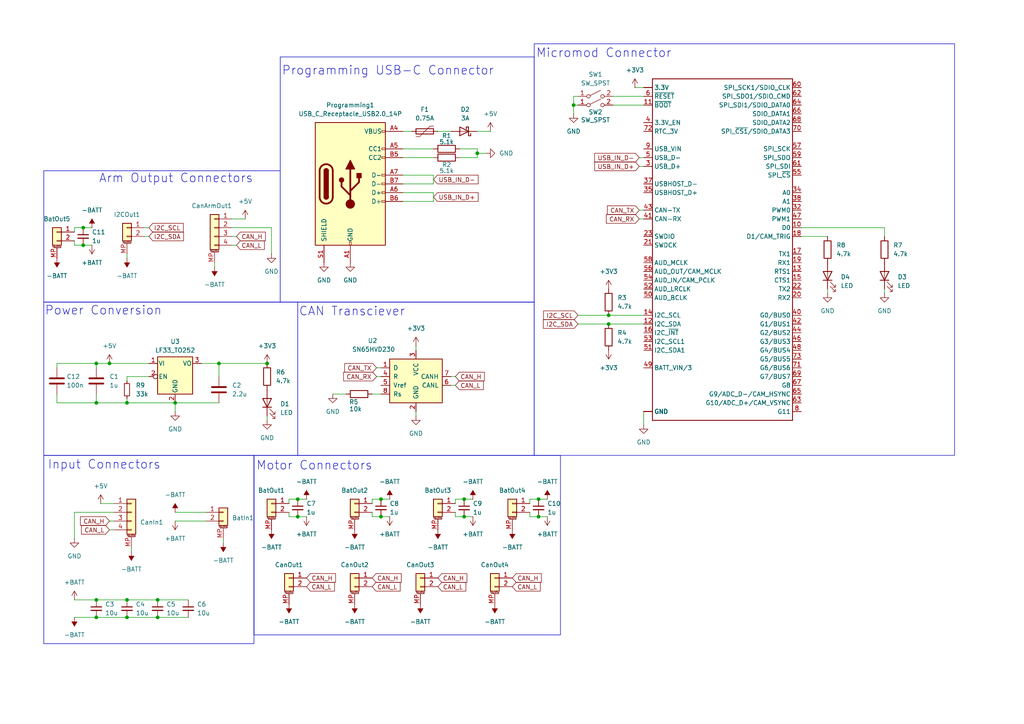
<source format=kicad_sch>
(kicad_sch (version 20231120) (generator "eeschema") (generator_version "8.0")
  (paper "A4")
  (lib_symbols
    (symbol "Connector:USB_C_Receptacle_USB2.0_14P" (pin_names (offset 1.016))
      (property "Reference" "J" (at 0 22.225 0))
      (property "Value" "USB_C_Receptacle_USB2.0_14P" (at 0 19.685 0))
      (symbol "USB_C_Receptacle_USB2.0_14P_1_1"
        (pin passive line (at 0 -22.86 90) (length 5.08) (name "GND") (number "A1"))
        (pin passive line (at 0 -22.86 90) (length 5.08) hide (name "GND") (number "A12"))
        (pin passive line (at 15.24 15.24 180) (length 5.08) (name "VBUS") (number "A4"))
        (pin bidirectional line (at 15.24 10.16 180) (length 5.08) (name "CC1") (number "A5"))
        (pin bidirectional line (at 15.24 -2.54 180) (length 5.08) (name "D+") (number "A6"))
        (pin bidirectional line (at 15.24 2.54 180) (length 5.08) (name "D-") (number "A7"))
        (pin passive line (at 15.24 15.24 180) (length 5.08) hide (name "VBUS") (number "A9"))
        (pin passive line (at 0 -22.86 90) (length 5.08) hide (name "GND") (number "B1"))
        (pin passive line (at 0 -22.86 90) (length 5.08) hide (name "GND") (number "B12"))
        (pin passive line (at 15.24 15.24 180) (length 5.08) hide (name "VBUS") (number "B4"))
        (pin bidirectional line (at 15.24 7.62 180) (length 5.08) (name "CC2") (number "B5"))
        (pin bidirectional line (at 15.24 -5.08 180) (length 5.08) (name "D+") (number "B6"))
        (pin bidirectional line (at 15.24 0 180) (length 5.08) (name "D-") (number "B7"))
        (pin passive line (at 15.24 15.24 180) (length 5.08) hide (name "VBUS") (number "B9"))
        (pin passive line (at -7.62 -22.86 90) (length 5.08) (name "SHIELD") (number "S1"))
      )
    )
    (symbol "Connector_Generic_MountingPin:Conn_01x02_MountingPin" (pin_names (offset 1.016) hide)
      (property "Reference" "J" (at 0 2.54 0))
      (property "Value" "Conn_01x02_MountingPin" (at 1.27 -5.08 0))
      (symbol "Conn_01x02_MountingPin_1_1"
        (text "Mounting" (at 0 -4.191 0) (effects (font (size 0.381 0.381))))
        (pin passive line (at -5.08 0 0) (length 3.81) (name "Pin_1") (number "1"))
        (pin passive line (at -5.08 -2.54 0) (length 3.81) (name "Pin_2") (number "2"))
        (pin passive line (at 0 -7.62 90) (length 3.048) (name "MountPin") (number "MP"))
      )
    )
    (symbol "Connector_Generic_MountingPin:Conn_01x04_MountingPin" (pin_names (offset 1.016) hide)
      (property "Reference" "J" (at 0 5.08 0))
      (property "Value" "Conn_01x04_MountingPin" (at 1.27 -7.62 0))
      (symbol "Conn_01x04_MountingPin_1_1"
        (text "Mounting" (at 0 -6.731 0) (effects (font (size 0.381 0.381))))
        (pin passive line (at -5.08 2.54 0) (length 3.81) (name "Pin_1") (number "1"))
        (pin passive line (at -5.08 0 0) (length 3.81) (name "Pin_2") (number "2"))
        (pin passive line (at -5.08 -2.54 0) (length 3.81) (name "Pin_3") (number "3"))
        (pin passive line (at -5.08 -5.08 0) (length 3.81) (name "Pin_4") (number "4"))
        (pin passive line (at 0 -10.16 90) (length 3.048) (name "MountPin") (number "MP"))
      )
    )
    (symbol "Device:C" (pin_numbers hide) (pin_names (offset 0.254))
      (property "Reference" "C" (at 0.635 2.54 0))
      (property "Value" "C" (at 0.635 -2.54 0))
      (symbol "C_1_1"
        (pin passive line (at 0 3.81 270) (length 2.794) (name "~") (number "1"))
        (pin passive line (at 0 -3.81 90) (length 2.794) (name "~") (number "2"))
      )
    )
    (symbol "Device:C_Small" (pin_numbers hide) (pin_names (offset 0.254) hide)
      (property "Reference" "C" (at 0.254 1.778 0))
      (property "Value" "C_Small" (at 0.254 -2.032 0))
      (symbol "C_Small_1_1"
        (pin passive line (at 0 2.54 270) (length 2.032) (name "~") (number "1"))
        (pin passive line (at 0 -2.54 90) (length 2.032) (name "~") (number "2"))
      )
    )
    (symbol "Device:D_Schottky" (pin_numbers hide) (pin_names (offset 1.016) hide)
      (property "Reference" "D" (at 0 2.54 0))
      (property "Value" "D_Schottky" (at 0 -2.54 0))
      (symbol "D_Schottky_1_1"
        (pin passive line (at -3.81 0 0) (length 2.54) (name "K") (number "1"))
        (pin passive line (at 3.81 0 180) (length 2.54) (name "A") (number "2"))
      )
    )
    (symbol "Device:LED" (pin_numbers hide) (pin_names (offset 1.016) hide)
      (property "Reference" "D" (at 0 2.54 0))
      (property "Value" "LED" (at 0 -2.54 0))
      (symbol "LED_1_1"
        (pin passive line (at -3.81 0 0) (length 2.54) (name "K") (number "1"))
        (pin passive line (at 3.81 0 180) (length 2.54) (name "A") (number "2"))
      )
    )
    (symbol "Device:Polyfuse" (pin_numbers hide) (pin_names (offset 0))
      (property "Reference" "F" (at -2.54 0 90))
      (property "Value" "Polyfuse" (at 2.54 0 90))
      (symbol "Polyfuse_1_1"
        (pin passive line (at 0 3.81 270) (length 1.27) (name "~") (number "1"))
        (pin passive line (at 0 -3.81 90) (length 1.27) (name "~") (number "2"))
      )
    )
    (symbol "Device:R" (pin_numbers hide) (pin_names (offset 0))
      (property "Reference" "R" (at 2.032 0 90))
      (property "Value" "R" (at 0 0 90))
      (symbol "R_1_1"
        (pin passive line (at 0 3.81 270) (length 1.27) (name "~") (number "1"))
        (pin passive line (at 0 -3.81 90) (length 1.27) (name "~") (number "2"))
      )
    )
    (symbol "Device:R_Small" (pin_numbers hide) (pin_names (offset 0.254) hide)
      (property "Reference" "R" (at 0.762 0.508 0))
      (property "Value" "R_Small" (at 0.762 -1.016 0))
      (symbol "R_Small_1_1"
        (pin passive line (at 0 2.54 270) (length 0.762) (name "~") (number "1"))
        (pin passive line (at 0 -2.54 90) (length 0.762) (name "~") (number "2"))
      )
    )
    (symbol "Interface_CAN_LIN:SN65HVD230" (pin_names (offset 1.016))
      (property "Reference" "U" (at -2.54 10.16 0))
      (property "Value" "SN65HVD230" (at -2.54 7.62 0))
      (symbol "SN65HVD230_1_1"
        (pin input line (at -10.16 2.54 0) (length 2.54) (name "D") (number "1"))
        (pin power_in line (at 0 -10.16 90) (length 2.54) (name "GND") (number "2"))
        (pin power_in line (at 0 7.62 270) (length 2.54) (name "VCC") (number "3"))
        (pin output line (at -10.16 0 0) (length 2.54) (name "R") (number "4"))
        (pin output line (at -10.16 -2.54 0) (length 2.54) (name "Vref") (number "5"))
        (pin bidirectional line (at 10.16 -2.54 180) (length 2.54) (name "CANL") (number "6"))
        (pin bidirectional line (at 10.16 0 180) (length 2.54) (name "CANH") (number "7"))
        (pin input line (at -10.16 -5.08 0) (length 2.54) (name "Rs") (number "8"))
      )
    )
    (symbol "Regulator_Linear:LF33_TO252" (pin_names (offset 0.254))
      (property "Reference" "U3" (at 0 6.35 0))
      (property "Value" "LF33_TO252" (at 0 3.81 0))
      (symbol "LF33_TO252_1_1"
        (pin power_in line (at -7.62 0 0) (length 2.54) (name "VI") (number "1"))
        (pin input inverted (at -7.62 -3.81 0) (length 2.54) (name "EN") (number "2"))
        (pin power_in line (at 0 -11.43 90) (length 2.54) (name "GND") (number "2"))
        (pin power_out line (at 7.62 0 180) (length 2.54) (name "VO") (number "3"))
      )
    )
    (symbol "SparkFun-MicroMod:MICROMOD-2222"
      (symbol "MICROMOD-2222_1_0"
        (pin bidirectional line (at -22.86 -43.18 0) (length 2.54) (name "GND") (number "1"))
        (pin bidirectional line (at 22.86 10.16 180) (length 2.54) (name "D0") (number "10"))
        (pin bidirectional line (at -22.86 45.72 0) (length 2.54) (name "~{BOOT}") (number "11"))
        (pin bidirectional line (at -22.86 -17.78 0) (length 2.54) (name "I2C_SDA") (number "12"))
        (pin bidirectional line (at 22.86 -2.54 180) (length 2.54) (name "RTS1") (number "13"))
        (pin bidirectional line (at -22.86 -15.24 0) (length 2.54) (name "I2C_SCL") (number "14"))
        (pin bidirectional line (at 22.86 -5.08 180) (length 2.54) (name "CTS1") (number "15"))
        (pin bidirectional line (at -22.86 -20.32 0) (length 2.54) (name "I2C_~{INT}") (number "16"))
        (pin bidirectional line (at 22.86 2.54 180) (length 2.54) (name "TX1") (number "17"))
        (pin bidirectional line (at 22.86 7.62 180) (length 2.54) (name "D1/CAM_TRIG") (number "18"))
        (pin bidirectional line (at 22.86 0 180) (length 2.54) (name "RX1") (number "19"))
        (pin bidirectional line (at -22.86 50.8 0) (length 2.54) (name "3.3V") (number "2"))
        (pin bidirectional line (at 22.86 -10.16 180) (length 2.54) (name "RX2") (number "20"))
        (pin bidirectional line (at -22.86 5.08 0) (length 2.54) (name "SWDCK") (number "21"))
        (pin bidirectional line (at 22.86 -7.62 180) (length 2.54) (name "TX2") (number "22"))
        (pin bidirectional line (at -22.86 7.62 0) (length 2.54) (name "SWDIO") (number "23"))
        (pin bidirectional line (at -22.86 27.94 0) (length 2.54) (name "USB_D+") (number "3"))
        (pin bidirectional line (at 22.86 15.24 180) (length 2.54) (name "PWM0") (number "32"))
        (pin bidirectional line (at -22.86 -43.18 0) (length 2.54) (name "GND") (number "33"))
        (pin bidirectional line (at 22.86 20.32 180) (length 2.54) (name "A0") (number "34"))
        (pin bidirectional line (at -22.86 20.32 0) (length 2.54) (name "USBHOST_D+") (number "35"))
        (pin bidirectional line (at -22.86 -43.18 0) (length 2.54) (name "GND") (number "36"))
        (pin bidirectional line (at -22.86 22.86 0) (length 2.54) (name "USBHOST_D-") (number "37"))
        (pin bidirectional line (at 22.86 17.78 180) (length 2.54) (name "A1") (number "38"))
        (pin bidirectional line (at -22.86 -43.18 0) (length 2.54) (name "GND") (number "39"))
        (pin bidirectional line (at -22.86 40.64 0) (length 2.54) (name "3.3V_EN") (number "4"))
        (pin bidirectional line (at 22.86 -15.24 180) (length 2.54) (name "G0/BUS0") (number "40"))
        (pin bidirectional line (at -22.86 12.7 0) (length 2.54) (name "CAN-RX") (number "41"))
        (pin bidirectional line (at 22.86 -17.78 180) (length 2.54) (name "G1/BUS1") (number "42"))
        (pin bidirectional line (at -22.86 15.24 0) (length 2.54) (name "CAN-TX") (number "43"))
        (pin bidirectional line (at 22.86 -20.32 180) (length 2.54) (name "G2/BUS2") (number "44"))
        (pin bidirectional line (at -22.86 -43.18 0) (length 2.54) (name "GND") (number "45"))
        (pin bidirectional line (at 22.86 -22.86 180) (length 2.54) (name "G3/BUS3") (number "46"))
        (pin bidirectional line (at 22.86 12.7 180) (length 2.54) (name "PWM1") (number "47"))
        (pin bidirectional line (at 22.86 -25.4 180) (length 2.54) (name "G4/BUS4") (number "48"))
        (pin bidirectional line (at -22.86 -30.48 0) (length 2.54) (name "BATT_VIN/3") (number "49"))
        (pin bidirectional line (at -22.86 30.48 0) (length 2.54) (name "USB_D-") (number "5"))
        (pin bidirectional line (at -22.86 -10.16 0) (length 2.54) (name "AUD_BCLK") (number "50"))
        (pin bidirectional line (at -22.86 -25.4 0) (length 2.54) (name "I2C_SDA1") (number "51"))
        (pin bidirectional line (at -22.86 -7.62 0) (length 2.54) (name "AUD_LRCLK") (number "52"))
        (pin bidirectional line (at -22.86 -22.86 0) (length 2.54) (name "I2C_SCL1") (number "53"))
        (pin bidirectional line (at -22.86 -5.08 0) (length 2.54) (name "AUD_IN/CAM_PCLK") (number "54"))
        (pin bidirectional line (at 22.86 25.4 180) (length 2.54) (name "SPI_~{CS}") (number "55"))
        (pin bidirectional line (at -22.86 -2.54 0) (length 2.54) (name "AUD_OUT/CAM_MCLK") (number "56"))
        (pin bidirectional line (at 22.86 33.02 180) (length 2.54) (name "SPI_SCK") (number "57"))
        (pin bidirectional line (at -22.86 0 0) (length 2.54) (name "AUD_MCLK") (number "58"))
        (pin bidirectional line (at 22.86 30.48 180) (length 2.54) (name "SPI_SDO") (number "59"))
        (pin bidirectional line (at -22.86 48.26 0) (length 2.54) (name "~{RESET}") (number "6"))
        (pin bidirectional line (at 22.86 50.8 180) (length 2.54) (name "SPI_SCK1/SDIO_CLK") (number "60"))
        (pin bidirectional line (at 22.86 27.94 180) (length 2.54) (name "SPI_SDI") (number "61"))
        (pin bidirectional line (at 22.86 48.26 180) (length 2.54) (name "SPI_SDO1/SDIO_CMD") (number "62"))
        (pin bidirectional line (at 22.86 -40.64 180) (length 2.54) (name "G10/ADC_D+/CAM_VSYNC") (number "63"))
        (pin bidirectional line (at 22.86 45.72 180) (length 2.54) (name "SPI_SDI1/SDIO_DATA0") (number "64"))
        (pin bidirectional line (at 22.86 -38.1 180) (length 2.54) (name "G9/ADC_D-/CAM_HSYNC") (number "65"))
        (pin bidirectional line (at 22.86 43.18 180) (length 2.54) (name "SDIO_DATA1") (number "66"))
        (pin bidirectional line (at 22.86 -35.56 180) (length 2.54) (name "G8") (number "67"))
        (pin bidirectional line (at 22.86 40.64 180) (length 2.54) (name "SDIO_DATA2") (number "68"))
        (pin bidirectional line (at 22.86 -33.02 180) (length 2.54) (name "G7/BUS7") (number "69"))
        (pin bidirectional line (at -22.86 -43.18 0) (length 2.54) (name "GND") (number "7"))
        (pin bidirectional line (at 22.86 38.1 180) (length 2.54) (name "SPI_~{CS1}/SDIO_DATA3") (number "70"))
        (pin bidirectional line (at 22.86 -30.48 180) (length 2.54) (name "G6/BUS6") (number "71"))
        (pin bidirectional line (at -22.86 38.1 0) (length 2.54) (name "RTC_3V") (number "72"))
        (pin bidirectional line (at 22.86 -27.94 180) (length 2.54) (name "G5/BUS5") (number "73"))
        (pin bidirectional line (at -22.86 50.8 0) (length 2.54) (name "3.3V") (number "74"))
        (pin bidirectional line (at -22.86 -43.18 0) (length 2.54) (name "GND") (number "75"))
        (pin bidirectional line (at 22.86 -43.18 180) (length 2.54) (name "G11") (number "8"))
        (pin bidirectional line (at -22.86 33.02 0) (length 2.54) (name "USB_VIN") (number "9"))
        (pin bidirectional line (at -22.86 -43.18 0) (length 2.54) (name "GND") (number "GND1"))
        (pin bidirectional line (at -22.86 -43.18 0) (length 2.54) (name "GND") (number "GND2"))
        (pin bidirectional line (at -22.86 -43.18 0) (length 2.54) (name "GND") (number "GND3"))
      )
    )
    (symbol "Switch:SW_SPST" (pin_names (offset 0) hide)
      (property "Reference" "SW" (at 0 3.175 0))
      (property "Value" "SW_SPST" (at 0 -2.54 0))
      (symbol "SW_SPST_1_1"
        (pin passive line (at -5.08 0 0) (length 2.54) (name "A") (number "1"))
        (pin passive line (at 5.08 0 180) (length 2.54) (name "B") (number "2"))
      )
    )
    (symbol "power:+3V3" (power) (pin_numbers hide) (pin_names (offset 0) hide)
      (property "Value" "+3V3" (at 0 3.556 0))
      (symbol "+3V3_1_1"
        (pin power_in line (at 0 0 90) (length 0) (name "~") (number "1"))
      )
    )
    (symbol "power:+5V" (power) (pin_numbers hide) (pin_names (offset 0) hide)
      (property "Value" "+5V" (at 0 3.556 0))
      (symbol "+5V_1_1"
        (pin power_in line (at 0 0 90) (length 0) (name "~") (number "1"))
      )
    )
    (symbol "power:+BATT" (power) (pin_numbers hide) (pin_names (offset 0) hide)
      (property "Value" "+BATT" (at 0 3.556 0))
      (symbol "+BATT_1_1"
        (pin power_in line (at 0 0 90) (length 0) (name "~") (number "1"))
      )
    )
    (symbol "power:-BATT" (power) (pin_numbers hide) (pin_names (offset 0) hide)
      (property "Value" "-BATT" (at 0 3.556 0))
      (symbol "-BATT_1_1"
        (pin power_in line (at 0 0 90) (length 0) (name "~") (number "1"))
      )
    )
    (symbol "power:GND" (power) (pin_numbers hide) (pin_names (offset 0) hide)
      (property "Value" "GND" (at 0 -3.81 0))
      (symbol "GND_1_1"
        (pin power_in line (at 0 0 270) (length 0) (name "~") (number "1"))
      )
    )
  )
  (junction (at 24.13 66.04))
  (junction (at 36.83 173.99))
  (junction (at 36.83 116.84))
  (junction (at 134.62 149.86))
  (junction (at 27.94 173.99))
  (junction (at 134.62 144.78))
  (junction (at 45.72 173.99))
  (junction (at 110.49 149.86))
  (junction (at 45.72 179.07))
  (junction (at 86.36 149.86))
  (junction (at 86.36 144.78))
  (junction (at 156.21 149.86))
  (junction (at 27.94 116.84))
  (junction (at 24.13 71.12))
  (junction (at 166.37 30.48))
  (junction (at 176.53 93.98))
  (junction (at 63.5 105.41))
  (junction (at 176.53 91.44))
  (junction (at 50.8 116.84))
  (junction (at 156.21 144.78))
  (junction (at 27.94 105.41))
  (junction (at 110.49 144.78))
  (junction (at 77.47 105.41))
  (junction (at 36.83 179.07))
  (junction (at 138.43 44.45))
  (junction (at 27.94 179.07))
  (junction (at 31.75 105.41))
  (wire (pts (xy 116.84 38.1) (xy 119.38 38.1)))
  (wire (pts (xy 24.13 66.04) (xy 26.67 66.04)))
  (wire (pts (xy 21.59 66.04) (xy 21.59 67.31)))
  (wire (pts (xy 184.15 25.4) (xy 186.69 25.4)))
  (wire (pts (xy 43.18 66.04) (xy 41.91 66.04)))
  (wire (pts (xy 120.65 100.33) (xy 120.65 101.6)))
  (wire (pts (xy 116.84 53.34) (xy 125.73 53.34)))
  (wire (pts (xy 116.84 45.72) (xy 125.73 45.72)))
  (wire (pts (xy 185.42 45.72) (xy 186.69 45.72)))
  (wire (pts (xy 16.51 106.68) (xy 16.51 105.41)))
  (wire (pts (xy 176.53 93.98) (xy 186.69 93.98)))
  (wire (pts (xy 132.08 144.78) (xy 132.08 146.05)))
  (wire (pts (xy 21.59 179.07) (xy 27.94 179.07)))
  (wire (pts (xy 156.21 149.86) (xy 158.75 149.86)))
  (wire (pts (xy 68.58 71.12) (xy 67.31 71.12)))
  (wire (pts (xy 62.23 77.47) (xy 62.23 76.2)))
  (wire (pts (xy 185.42 63.5) (xy 186.69 63.5)))
  (wire (pts (xy 107.95 149.86) (xy 107.95 148.59)))
  (wire (pts (xy 125.73 43.18) (xy 116.84 43.18)))
  (wire (pts (xy 78.74 73.66) (xy 78.74 66.04)))
  (wire (pts (xy 24.13 71.12) (xy 21.59 71.12)))
  (wire (pts (xy 45.72 179.07) (xy 54.61 179.07)))
  (wire (pts (xy 83.82 149.86) (xy 83.82 148.59)))
  (wire (pts (xy 16.51 114.3) (xy 16.51 116.84)))
  (wire (pts (xy 21.59 173.99) (xy 27.94 173.99)))
  (wire (pts (xy 24.13 71.12) (xy 26.67 71.12)))
  (wire (pts (xy 156.21 149.86) (xy 153.67 149.86)))
  (wire (pts (xy 27.94 114.3) (xy 27.94 116.84)))
  (wire (pts (xy 113.03 144.78) (xy 110.49 144.78)))
  (wire (pts (xy 240.03 83.82) (xy 240.03 85.09)))
  (wire (pts (xy 166.37 30.48) (xy 167.64 30.48)))
  (wire (pts (xy 31.75 153.67) (xy 33.02 153.67)))
  (wire (pts (xy 63.5 105.41) (xy 63.5 109.22)))
  (wire (pts (xy 31.75 151.13) (xy 33.02 151.13)))
  (wire (pts (xy 132.08 111.76) (xy 130.81 111.76)))
  (wire (pts (xy 86.36 144.78) (xy 83.82 144.78)))
  (wire (pts (xy 256.54 83.82) (xy 256.54 85.09)))
  (wire (pts (xy 27.94 173.99) (xy 36.83 173.99)))
  (wire (pts (xy 232.41 66.04) (xy 256.54 66.04)))
  (wire (pts (xy 185.42 60.96) (xy 186.69 60.96)))
  (wire (pts (xy 156.21 144.78) (xy 153.67 144.78)))
  (wire (pts (xy 153.67 149.86) (xy 153.67 148.59)))
  (wire (pts (xy 36.83 179.07) (xy 45.72 179.07)))
  (wire (pts (xy 27.94 105.41) (xy 27.94 106.68)))
  (wire (pts (xy 110.49 144.78) (xy 107.95 144.78)))
  (wire (pts (xy 63.5 105.41) (xy 77.47 105.41)))
  (wire (pts (xy 21.59 156.21) (xy 21.59 148.59)))
  (wire (pts (xy 43.18 68.58) (xy 41.91 68.58)))
  (wire (pts (xy 31.75 105.41) (xy 43.18 105.41)))
  (wire (pts (xy 134.62 144.78) (xy 132.08 144.78)))
  (wire (pts (xy 166.37 30.48) (xy 166.37 33.02)))
  (wire (pts (xy 177.8 30.48) (xy 186.69 30.48)))
  (wire (pts (xy 50.8 116.84) (xy 63.5 116.84)))
  (wire (pts (xy 63.5 105.41) (xy 58.42 105.41)))
  (wire (pts (xy 27.94 179.07) (xy 36.83 179.07)))
  (wire (pts (xy 36.83 173.99) (xy 45.72 173.99)))
  (wire (pts (xy 109.22 106.68) (xy 110.49 106.68)))
  (wire (pts (xy 64.77 156.21) (xy 64.77 157.48)))
  (wire (pts (xy 138.43 45.72) (xy 138.43 44.45)))
  (wire (pts (xy 110.49 149.86) (xy 107.95 149.86)))
  (wire (pts (xy 16.51 105.41) (xy 27.94 105.41)))
  (wire (pts (xy 36.83 115.57) (xy 36.83 116.84)))
  (wire (pts (xy 110.49 149.86) (xy 113.03 149.86)))
  (wire (pts (xy 43.18 109.22) (xy 36.83 109.22)))
  (wire (pts (xy 78.74 66.04) (xy 67.31 66.04)))
  (wire (pts (xy 96.52 114.3) (xy 100.33 114.3)))
  (wire (pts (xy 120.65 119.38) (xy 120.65 120.65)))
  (wire (pts (xy 21.59 148.59) (xy 33.02 148.59)))
  (wire (pts (xy 36.83 109.22) (xy 36.83 110.49)))
  (wire (pts (xy 36.83 116.84) (xy 50.8 116.84)))
  (wire (pts (xy 134.62 149.86) (xy 132.08 149.86)))
  (wire (pts (xy 27.94 116.84) (xy 36.83 116.84)))
  (wire (pts (xy 134.62 149.86) (xy 137.16 149.86)))
  (wire (pts (xy 107.95 144.78) (xy 107.95 146.05)))
  (wire (pts (xy 86.36 149.86) (xy 83.82 149.86)))
  (wire (pts (xy 50.8 151.13) (xy 59.69 151.13)))
  (wire (pts (xy 138.43 44.45) (xy 140.97 44.45)))
  (wire (pts (xy 167.64 27.94) (xy 166.37 27.94)))
  (wire (pts (xy 232.41 68.58) (xy 240.03 68.58)))
  (wire (pts (xy 24.13 66.04) (xy 21.59 66.04)))
  (wire (pts (xy 133.35 43.18) (xy 138.43 43.18)))
  (wire (pts (xy 109.22 109.22) (xy 110.49 109.22)))
  (wire (pts (xy 167.64 91.44) (xy 176.53 91.44)))
  (wire (pts (xy 132.08 149.86) (xy 132.08 148.59)))
  (wire (pts (xy 77.47 120.65) (xy 77.47 121.92)))
  (wire (pts (xy 36.83 73.66) (xy 36.83 74.93)))
  (wire (pts (xy 16.51 116.84) (xy 27.94 116.84)))
  (wire (pts (xy 132.08 109.22) (xy 130.81 109.22)))
  (wire (pts (xy 167.64 93.98) (xy 176.53 93.98)))
  (wire (pts (xy 153.67 144.78) (xy 153.67 146.05)))
  (wire (pts (xy 142.24 38.1) (xy 138.43 38.1)))
  (wire (pts (xy 45.72 173.99) (xy 54.61 173.99)))
  (wire (pts (xy 107.95 114.3) (xy 110.49 114.3)))
  (wire (pts (xy 38.1 160.02) (xy 38.1 158.75)))
  (wire (pts (xy 134.62 144.78) (xy 137.16 144.78)))
  (wire (pts (xy 125.73 58.42) (xy 125.73 55.88)))
  (wire (pts (xy 166.37 27.94) (xy 166.37 30.48)))
  (wire (pts (xy 86.36 144.78) (xy 88.9 144.78)))
  (wire (pts (xy 50.8 116.84) (xy 50.8 119.38)))
  (wire (pts (xy 125.73 53.34) (xy 125.73 50.8)))
  (wire (pts (xy 130.81 38.1) (xy 127 38.1)))
  (wire (pts (xy 176.53 91.44) (xy 186.69 91.44)))
  (wire (pts (xy 27.94 105.41) (xy 31.75 105.41)))
  (wire (pts (xy 256.54 68.58) (xy 256.54 66.04)))
  (wire (pts (xy 50.8 148.59) (xy 59.69 148.59)))
  (wire (pts (xy 71.12 63.5) (xy 67.31 63.5)))
  (wire (pts (xy 86.36 149.86) (xy 88.9 149.86)))
  (wire (pts (xy 138.43 44.45) (xy 138.43 43.18)))
  (wire (pts (xy 185.42 48.26) (xy 186.69 48.26)))
  (wire (pts (xy 125.73 55.88) (xy 116.84 55.88)))
  (wire (pts (xy 156.21 144.78) (xy 158.75 144.78)))
  (wire (pts (xy 83.82 144.78) (xy 83.82 146.05)))
  (wire (pts (xy 68.58 68.58) (xy 67.31 68.58)))
  (wire (pts (xy 116.84 58.42) (xy 125.73 58.42)))
  (wire (pts (xy 186.69 123.19) (xy 186.69 119.38)))
  (wire (pts (xy 177.8 27.94) (xy 186.69 27.94)))
  (wire (pts (xy 125.73 50.8) (xy 116.84 50.8)))
  (wire (pts (xy 29.21 146.05) (xy 33.02 146.05)))
  (wire (pts (xy 133.35 45.72) (xy 138.43 45.72)))
  (wire (pts (xy 21.59 71.12) (xy 21.59 69.85)))
  (rectangle (start 12.7 132.08) (end 73.66 186.69))
  (rectangle (start 12.7 87.63) (end 86.36 132.08))
  (rectangle (start 12.7 49.53) (end 81.28 87.63))
  (rectangle (start 154.94 12.7) (end 276.86 132.08))
  (rectangle (start 86.36 87.63) (end 154.94 132.08))
  (rectangle (start 73.66 132.08) (end 162.56 184.15))
  (rectangle (start 81.28 16.51) (end 154.94 87.63))
  (text "Arm Output Connectors\n" (at 51.054 51.816 0) (effects (font (size 2.54 2.54))))
  (text "Micromod Connector\n" (at 155.448 15.494 0) (effects (font (size 2.54 2.54)) (justify left)))
  (text "Input Connectors\n" (at 30.226 134.874 0) (effects (font (size 2.54 2.54))))
  (text "CAN Transciever" (at 102.108 90.424 0) (effects (font (size 2.54 2.54))))
  (text "Motor Connectors\n" (at 91.186 135.128 0) (effects (font (size 2.54 2.54))))
  (text "Power Conversion" (at 12.954 90.17 0) (effects (font (size 2.54 2.54)) (justify left)))
  (text "Programming USB-C Connector" (at 112.522 20.574 0) (effects (font (size 2.54 2.54))))
  (global_label "CAN_RX" (shape input) (at 109.22 109.22 180) (property "Intersheetrefs" "${INTERSHEET_REFS}" (effects (hide yes))))
  (global_label "CAN_H" (shape input) (at 107.95 167.64 0) (property "Intersheetrefs" "${INTERSHEET_REFS}" (effects (hide yes))))
  (global_label "CAN_H" (shape input) (at 132.08 109.22 0) (property "Intersheetrefs" "${INTERSHEET_REFS}" (effects (hide yes))))
  (global_label "CAN_RX" (shape input) (at 185.42 63.5 180) (property "Intersheetrefs" "${INTERSHEET_REFS}" (effects (hide yes))))
  (global_label "CAN_L" (shape input) (at 148.59 170.18 0) (property "Intersheetrefs" "${INTERSHEET_REFS}" (effects (hide yes))))
  (global_label "CAN_L" (shape input) (at 68.58 71.12 0) (property "Intersheetrefs" "${INTERSHEET_REFS}" (effects (hide yes))))
  (global_label "CAN_L" (shape input) (at 88.9 170.18 0) (property "Intersheetrefs" "${INTERSHEET_REFS}" (effects (hide yes))))
  (global_label "CAN_H" (shape input) (at 88.9 167.64 0) (property "Intersheetrefs" "${INTERSHEET_REFS}" (effects (hide yes))))
  (global_label "CAN_L" (shape input) (at 31.75 153.67 180) (property "Intersheetrefs" "${INTERSHEET_REFS}" (effects (hide yes))))
  (global_label "CAN_H" (shape input) (at 31.75 151.13 180) (property "Intersheetrefs" "${INTERSHEET_REFS}" (effects (hide yes))))
  (global_label "CAN_H" (shape input) (at 68.58 68.58 0) (property "Intersheetrefs" "${INTERSHEET_REFS}" (effects (hide yes))))
  (global_label "I2C_SCL" (shape input) (at 43.18 66.04 0) (property "Intersheetrefs" "${INTERSHEET_REFS}" (effects (hide yes))))
  (global_label "USB_IN_D+" (shape input) (at 125.73 57.15 0) (property "Intersheetrefs" "${INTERSHEET_REFS}" (effects (hide yes))))
  (global_label "CAN_H" (shape input) (at 148.59 167.64 0) (property "Intersheetrefs" "${INTERSHEET_REFS}" (effects (hide yes))))
  (global_label "CAN_TX" (shape input) (at 185.42 60.96 180) (property "Intersheetrefs" "${INTERSHEET_REFS}" (effects (hide yes))))
  (global_label "I2C_SDA" (shape input) (at 167.64 93.98 180) (property "Intersheetrefs" "${INTERSHEET_REFS}" (effects (hide yes))))
  (global_label "CAN_TX" (shape input) (at 109.22 106.68 180) (property "Intersheetrefs" "${INTERSHEET_REFS}" (effects (hide yes))))
  (global_label "USB_IN_D+" (shape input) (at 185.42 48.26 180) (property "Intersheetrefs" "${INTERSHEET_REFS}" (effects (hide yes))))
  (global_label "CAN_L" (shape input) (at 107.95 170.18 0) (property "Intersheetrefs" "${INTERSHEET_REFS}" (effects (hide yes))))
  (global_label "USB_IN_D-" (shape input) (at 125.73 52.07 0) (property "Intersheetrefs" "${INTERSHEET_REFS}" (effects (hide yes))))
  (global_label "I2C_SCL" (shape input) (at 167.64 91.44 180) (property "Intersheetrefs" "${INTERSHEET_REFS}" (effects (hide yes))))
  (global_label "CAN_H" (shape input) (at 127 167.64 0) (property "Intersheetrefs" "${INTERSHEET_REFS}" (effects (hide yes))))
  (global_label "USB_IN_D-" (shape input) (at 185.42 45.72 180) (property "Intersheetrefs" "${INTERSHEET_REFS}" (effects (hide yes))))
  (global_label "I2C_SDA" (shape input) (at 43.18 68.58 0) (property "Intersheetrefs" "${INTERSHEET_REFS}" (effects (hide yes))))
  (global_label "CAN_L" (shape input) (at 132.08 111.76 0) (property "Intersheetrefs" "${INTERSHEET_REFS}" (effects (hide yes))))
  (global_label "CAN_L" (shape input) (at 127 170.18 0) (property "Intersheetrefs" "${INTERSHEET_REFS}" (effects (hide yes))))
  (symbol (lib_id "Device:C_Small") (at 110.49 147.32 0) (unit 1)
    (property "Reference" "C8" (at 113.03 146.0562 0) (effects (justify left)))
    (property "Value" "1u" (at 113.03 148.5962 0) (effects (justify left)))
    (property "Footprint" "Capacitor_SMD:C_0603_1608Metric_Pad1.08x0.95mm_HandSolder" (effects (hide yes)))
    (property "Description" "Unpolarized capacitor, small symbol" (effects (hide yes)))
  )
  (symbol (lib_id "power:-BATT") (at 121.92 175.26 0) (mirror x) (unit 1)
    (property "Reference" "#PWR027" (effects (hide yes)))
    (property "Value" "-BATT" (at 121.92 180.34 0))
    (property "Description" "Power symbol creates a global label with name \"-BATT\"" (effects (hide yes)))
  )
  (symbol (lib_id "power:-BATT") (at 16.51 74.93 0) (mirror x) (unit 1)
    (property "Reference" "#PWR047" (effects (hide yes)))
    (property "Value" "-BATT" (at 16.51 80.01 0))
    (property "Description" "Power symbol creates a global label with name \"-BATT\"" (effects (hide yes)))
  )
  (symbol (lib_id "Device:R") (at 176.53 87.63 0) (unit 1)
    (property "Reference" "R3" (at 179.07 86.3599 0) (effects (justify left)))
    (property "Value" "4.7k" (at 179.07 88.8999 0) (effects (justify left)))
    (property "Footprint" "Resistor_SMD:R_0603_1608Metric_Pad0.98x0.95mm_HandSolder" (effects (hide yes)))
    (property "Description" "Resistor" (effects (hide yes)))
  )
  (symbol (lib_id "Device:C_Small") (at 27.94 176.53 0) (unit 1)
    (property "Reference" "C3" (at 30.48 175.2662 0) (effects (justify left)))
    (property "Value" "10u" (at 30.48 177.8062 0) (effects (justify left)))
    (property "Footprint" "Capacitor_SMD:C_0603_1608Metric" (effects (hide yes)))
    (property "Description" "Unpolarized capacitor, small symbol" (effects (hide yes)))
  )
  (symbol (lib_id "Device:C_Small") (at 156.21 147.32 0) (unit 1)
    (property "Reference" "C10" (at 158.75 146.0562 0) (effects (justify left)))
    (property "Value" "1u" (at 158.75 148.5962 0) (effects (justify left)))
    (property "Footprint" "Capacitor_SMD:C_0603_1608Metric_Pad1.08x0.95mm_HandSolder" (effects (hide yes)))
    (property "Description" "Unpolarized capacitor, small symbol" (effects (hide yes)))
  )
  (symbol (lib_id "power:-BATT") (at 127 153.67 0) (mirror x) (unit 1)
    (property "Reference" "#PWR037" (effects (hide yes)))
    (property "Value" "-BATT" (at 127 158.75 0))
    (property "Description" "Power symbol creates a global label with name \"-BATT\"" (effects (hide yes)))
  )
  (symbol (lib_id "power:+BATT") (at 50.8 151.13 180) (unit 1)
    (property "Reference" "#PWR015" (effects (hide yes)))
    (property "Value" "+BATT" (at 50.8 156.21 0))
    (property "Description" "Power symbol creates a global label with name \"+BATT\"" (effects (hide yes)))
  )
  (symbol (lib_id "power:-BATT") (at 83.82 175.26 0) (mirror x) (unit 1)
    (property "Reference" "#PWR024" (effects (hide yes)))
    (property "Value" "-BATT" (at 83.82 180.34 0))
    (property "Description" "Power symbol creates a global label with name \"-BATT\"" (effects (hide yes)))
  )
  (symbol (lib_id "power:-BATT") (at 102.87 153.67 0) (mirror x) (unit 1)
    (property "Reference" "#PWR034" (effects (hide yes)))
    (property "Value" "-BATT" (at 102.87 158.75 0))
    (property "Description" "Power symbol creates a global label with name \"-BATT\"" (effects (hide yes)))
  )
  (symbol (lib_id "Device:LED") (at 77.47 116.84 90) (unit 1)
    (property "Reference" "D1" (at 81.28 117.1574 90) (effects (justify right)))
    (property "Value" "LED" (at 81.28 119.6974 90) (effects (justify right)))
    (property "Footprint" "LED_SMD:LED_0603_1608Metric_Pad1.05x0.95mm_HandSolder" (effects (hide yes)))
    (property "Description" "Light emitting diode" (effects (hide yes)))
  )
  (symbol (lib_id "power:GND") (at 240.03 85.09 0) (unit 1)
    (property "Reference" "#PWR041" (effects (hide yes)))
    (property "Value" "GND" (at 240.03 90.17 0))
    (property "Description" "Power symbol creates a global label with name \"GND\" , ground" (effects (hide yes)))
  )
  (symbol (lib_id "Connector_Generic_MountingPin:Conn_01x02_MountingPin") (at 102.87 167.64 0) (mirror y) (unit 1)
    (property "Reference" "CanOut2" (at 102.87 163.83 0))
    (property "Value" "Conn_01x02_MountingPin" (effects (hide yes)))
    (property "Footprint" "Connector_JST:JST_PH_B2B-PH-K_1x02_P2.00mm_Vertical" (effects (hide yes)))
    (property "Description" "Generic connectable mounting pin connector, single row, 01x02, script generated (kicad-library-utils/schlib/autogen/connector/)" (effects (hide yes)))
  )
  (symbol (lib_id "Device:R") (at 77.47 109.22 0) (unit 1)
    (property "Reference" "R6" (at 80.01 107.9499 0) (effects (justify left)))
    (property "Value" "4.7k" (at 80.01 110.4899 0) (effects (justify left)))
    (property "Footprint" "Resistor_SMD:R_0603_1608Metric_Pad0.98x0.95mm_HandSolder" (effects (hide yes)))
    (property "Description" "Resistor" (effects (hide yes)))
  )
  (symbol (lib_id "Device:R") (at 240.03 72.39 0) (unit 1)
    (property "Reference" "R8" (at 242.57 71.1199 0) (effects (justify left)))
    (property "Value" "4.7k" (at 242.57 73.6599 0) (effects (justify left)))
    (property "Footprint" "Resistor_SMD:R_0603_1608Metric_Pad0.98x0.95mm_HandSolder" (effects (hide yes)))
    (property "Description" "Resistor" (effects (hide yes)))
  )
  (symbol (lib_id "Regulator_Linear:LF33_TO252") (at 50.8 105.41 0) (unit 1)
    (property "Reference" "U3" (at 50.8 99.06 0))
    (property "Value" "LF33_TO252" (at 50.8 101.6 0))
    (property "Datasheet" "http://www.st.com/content/ccc/resource/technical/document/datasheet/c4/0e/7e/2a/be/bc/4c/bd/CD00000546.pdf/files/CD00000546.pdf/jcr:content/translations/en.CD00000546.pdf" (effects (hide yes)))
    (property "Description" "Low-drop Voltage Regulator, Io up to 500mA, Fixed Vo 3.3V, TO-252 (DPAK)" (effects (hide yes)))
  )
  (symbol (lib_id "power:-BATT") (at 50.8 148.59 0) (unit 1)
    (property "Reference" "#PWR021" (effects (hide yes)))
    (property "Value" "-BATT" (at 50.8 143.51 0))
    (property "Description" "Power symbol creates a global label with name \"-BATT\"" (effects (hide yes)))
  )
  (symbol (lib_id "power:GND") (at 140.97 44.45 90) (unit 1)
    (property "Reference" "#PWR09" (effects (hide yes)))
    (property "Value" "GND" (at 144.78 44.4499 90) (effects (justify right)))
    (property "Description" "Power symbol creates a global label with name \"GND\" , ground" (effects (hide yes)))
  )
  (symbol (lib_id "Device:Polyfuse") (at 123.19 38.1 270) (unit 1)
    (property "Reference" "F1" (at 123.19 31.75 90))
    (property "Value" "0.75A" (at 123.19 34.29 90))
    (property "Footprint" "Fuse:Fuse_1206_3216Metric_Pad1.42x1.75mm_HandSolder" (effects (hide yes)))
    (property "Datasheet" "https://www.yageo.com/upload/media/product/productsearch/datasheet/cpc/pptc/SMD1206_1.pdf" (effects (hide yes)))
    (property "Description" "Resettable fuse, polymeric positive temperature coefficient" (effects (hide yes)))
    (property "Part Number" "SMD1206B075TFT" (effects (hide yes)))
    (property "Link" "https://www.digikey.com/en/products/detail/yageo/SMD1206B075TFT/15855387" (effects (hide yes)))
  )
  (symbol (lib_id "power:-BATT") (at 148.59 153.67 0) (mirror x) (unit 1)
    (property "Reference" "#PWR043" (effects (hide yes)))
    (property "Value" "-BATT" (at 148.59 158.75 0))
    (property "Description" "Power symbol creates a global label with name \"-BATT\"" (effects (hide yes)))
  )
  (symbol (lib_id "Device:R") (at 256.54 72.39 0) (unit 1)
    (property "Reference" "R7" (at 259.08 71.1199 0) (effects (justify left)))
    (property "Value" "4.7k" (at 259.08 73.6599 0) (effects (justify left)))
    (property "Footprint" "Resistor_SMD:R_0603_1608Metric_Pad0.98x0.95mm_HandSolder" (effects (hide yes)))
    (property "Description" "Resistor" (effects (hide yes)))
  )
  (symbol (lib_id "power:-BATT") (at 21.59 179.07 180) (unit 1)
    (property "Reference" "#PWR038" (effects (hide yes)))
    (property "Value" "-BATT" (at 21.59 184.15 0))
    (property "Description" "Power symbol creates a global label with name \"-BATT\"" (effects (hide yes)))
  )
  (symbol (lib_id "Device:R") (at 176.53 97.79 180) (unit 1)
    (property "Reference" "R4" (at 179.07 96.5199 0) (effects (justify right)))
    (property "Value" "4.7k" (at 179.07 99.0599 0) (effects (justify right)))
    (property "Footprint" "Resistor_SMD:R_0603_1608Metric_Pad0.98x0.95mm_HandSolder" (effects (hide yes)))
    (property "Description" "Resistor" (effects (hide yes)))
  )
  (symbol (lib_id "Connector_Generic_MountingPin:Conn_01x02_MountingPin") (at 148.59 146.05 0) (mirror y) (unit 1)
    (property "Reference" "BatOut4" (at 148.59 142.24 0))
    (property "Value" "Conn_01x02_MountingPin" (effects (hide yes)))
    (property "Footprint" "Connector_AMASS:AMASS_XT60-F_1x02_P7.20mm_Vertical" (effects (hide yes)))
    (property "Description" "Generic connectable mounting pin connector, single row, 01x02, script generated (kicad-library-utils/schlib/autogen/connector/)" (effects (hide yes)))
  )
  (symbol (lib_id "Device:R_Small") (at 36.83 113.03 0) (unit 1)
    (property "Reference" "R9" (at 39.37 111.7599 0) (effects (justify left)))
    (property "Value" "33k" (at 39.37 114.2999 0) (effects (justify left)))
    (property "Footprint" "Resistor_SMD:R_0603_1608Metric_Pad0.98x0.95mm_HandSolder" (effects (hide yes)))
    (property "Description" "Resistor, small symbol" (effects (hide yes)))
  )
  (symbol (lib_id "power:+3V3") (at 176.53 101.6 180) (unit 1)
    (property "Reference" "#PWR020" (effects (hide yes)))
    (property "Value" "+3V3" (at 176.53 106.68 0))
    (property "Description" "Power symbol creates a global label with name \"+3V3\"" (effects (hide yes)))
  )
  (symbol (lib_id "Connector_Generic_MountingPin:Conn_01x02_MountingPin") (at 16.51 67.31 0) (mirror y) (unit 1)
    (property "Reference" "BatOut5" (at 16.51 63.5 0))
    (property "Value" "Conn_01x02_MountingPin" (effects (hide yes)))
    (property "Footprint" "Connector_AMASS:AMASS_XT60PW-F_1x02_P7.20mm_Horizontal" (effects (hide yes)))
    (property "Description" "Generic connectable mounting pin connector, single row, 01x02, script generated (kicad-library-utils/schlib/autogen/connector/)" (effects (hide yes)))
  )
  (symbol (lib_id "Switch:SW_SPST") (at 172.72 30.48 0) (unit 1)
    (property "Reference" "SW2" (at 172.72 32.512 0))
    (property "Value" "SW_SPST" (at 172.72 34.798 0))
    (property "Footprint" "Button_Switch_SMD:SW_SPST_CK_RS282G05A3" (effects (hide yes)))
    (property "Description" "Single Pole Single Throw (SPST) switch" (effects (hide yes)))
  )
  (symbol (lib_id "power:-BATT") (at 137.16 144.78 0) (unit 1)
    (property "Reference" "#PWR035" (effects (hide yes)))
    (property "Value" "-BATT" (at 137.16 139.7 0))
    (property "Description" "Power symbol creates a global label with name \"-BATT\"" (effects (hide yes)))
  )
  (symbol (lib_id "Connector_Generic_MountingPin:Conn_01x02_MountingPin") (at 143.51 167.64 0) (mirror y) (unit 1)
    (property "Reference" "CanOut4" (at 143.51 163.83 0))
    (property "Value" "Conn_01x02_MountingPin" (effects (hide yes)))
    (property "Footprint" "Connector_JST:JST_PH_B2B-PH-K_1x02_P2.00mm_Vertical" (effects (hide yes)))
    (property "Description" "Generic connectable mounting pin connector, single row, 01x02, script generated (kicad-library-utils/schlib/autogen/connector/)" (effects (hide yes)))
  )
  (symbol (lib_id "Device:C_Small") (at 134.62 147.32 0) (unit 1)
    (property "Reference" "C9" (at 137.16 146.0562 0) (effects (justify left)))
    (property "Value" "1u" (at 137.16 148.5962 0) (effects (justify left)))
    (property "Footprint" "Capacitor_SMD:C_0603_1608Metric_Pad1.08x0.95mm_HandSolder" (effects (hide yes)))
    (property "Description" "Unpolarized capacitor, small symbol" (effects (hide yes)))
  )
  (symbol (lib_id "power:GND") (at 101.6 76.2 0) (unit 1)
    (property "Reference" "#PWR07" (effects (hide yes)))
    (property "Value" "GND" (at 101.6 81.28 0))
    (property "Description" "Power symbol creates a global label with name \"GND\" , ground" (effects (hide yes)))
  )
  (symbol (lib_id "power:-BATT") (at 26.67 66.04 0) (unit 1)
    (property "Reference" "#PWR048" (effects (hide yes)))
    (property "Value" "-BATT" (at 26.67 60.96 0))
    (property "Description" "Power symbol creates a global label with name \"-BATT\"" (effects (hide yes)))
  )
  (symbol (lib_id "Connector_Generic_MountingPin:Conn_01x02_MountingPin") (at 64.77 148.59 0) (unit 1)
    (property "Reference" "BatIn1" (at 67.31 150.2155 0) (effects (justify left)))
    (property "Value" "Conn_01x02_MountingPin" (effects (hide yes)))
    (property "Footprint" "Connector_AMASS:AMASS_XT60PW-F_1x02_P7.20mm_Horizontal" (effects (hide yes)))
    (property "Description" "Generic connectable mounting pin connector, single row, 01x02, script generated (kicad-library-utils/schlib/autogen/connector/)" (effects (hide yes)))
  )
  (symbol (lib_id "Connector_Generic_MountingPin:Conn_01x02_MountingPin") (at 102.87 146.05 0) (mirror y) (unit 1)
    (property "Reference" "BatOut2" (at 102.87 142.24 0))
    (property "Value" "Conn_01x02_MountingPin" (effects (hide yes)))
    (property "Footprint" "Connector_AMASS:AMASS_XT60PW-F_1x02_P7.20mm_Horizontal" (effects (hide yes)))
    (property "Description" "Generic connectable mounting pin connector, single row, 01x02, script generated (kicad-library-utils/schlib/autogen/connector/)" (effects (hide yes)))
  )
  (symbol (lib_id "power:-BATT") (at 158.75 144.78 0) (unit 1)
    (property "Reference" "#PWR044" (effects (hide yes)))
    (property "Value" "-BATT" (at 158.75 139.7 0))
    (property "Description" "Power symbol creates a global label with name \"-BATT\"" (effects (hide yes)))
  )
  (symbol (lib_id "power:+BATT") (at 158.75 149.86 180) (unit 1)
    (property "Reference" "#PWR045" (effects (hide yes)))
    (property "Value" "+BATT" (at 158.75 154.94 0))
    (property "Description" "Power symbol creates a global label with name \"+BATT\"" (effects (hide yes)))
  )
  (symbol (lib_id "Device:C_Small") (at 54.61 176.53 0) (unit 1)
    (property "Reference" "C6" (at 57.15 175.2662 0) (effects (justify left)))
    (property "Value" "10u" (at 57.15 177.8062 0) (effects (justify left)))
    (property "Footprint" "Capacitor_SMD:C_0603_1608Metric" (effects (hide yes)))
    (property "Description" "Unpolarized capacitor, small symbol" (effects (hide yes)))
  )
  (symbol (lib_id "Device:C_Small") (at 86.36 147.32 0) (unit 1)
    (property "Reference" "C7" (at 88.9 146.0562 0) (effects (justify left)))
    (property "Value" "1u" (at 88.9 148.5962 0) (effects (justify left)))
    (property "Footprint" "Capacitor_SMD:C_0603_1608Metric_Pad1.08x0.95mm_HandSolder" (effects (hide yes)))
    (property "Description" "Unpolarized capacitor, small symbol" (effects (hide yes)))
  )
  (symbol (lib_id "Device:R") (at 129.54 43.18 90) (unit 1)
    (property "Reference" "R1" (at 129.54 39.37 90))
    (property "Value" "5.1k" (at 129.54 41.148 90))
    (property "Footprint" "Resistor_SMD:R_0603_1608Metric_Pad0.98x0.95mm_HandSolder" (effects (hide yes)))
    (property "Description" "Resistor" (effects (hide yes)))
  )
  (symbol (lib_id "power:+BATT") (at 137.16 149.86 180) (unit 1)
    (property "Reference" "#PWR036" (effects (hide yes)))
    (property "Value" "+BATT" (at 137.16 154.94 0))
    (property "Description" "Power symbol creates a global label with name \"+BATT\"" (effects (hide yes)))
  )
  (symbol (lib_id "Device:C") (at 27.94 110.49 0) (unit 1)
    (property "Reference" "C1" (at 31.75 109.2199 0) (effects (justify left)))
    (property "Value" "1u" (at 31.75 111.7599 0) (effects (justify left)))
    (property "Footprint" "Capacitor_SMD:C_0603_1608Metric_Pad1.08x0.95mm_HandSolder" (effects (hide yes)))
    (property "Description" "Unpolarized capacitor" (effects (hide yes)))
  )
  (symbol (lib_id "power:-BATT") (at 64.77 157.48 180) (unit 1)
    (property "Reference" "#PWR022" (effects (hide yes)))
    (property "Value" "-BATT" (at 64.77 162.56 0))
    (property "Description" "Power symbol creates a global label with name \"-BATT\"" (effects (hide yes)))
  )
  (symbol (lib_id "SparkFun-MicroMod:MICROMOD-2222") (at 209.55 76.2 0) (unit 1)
    (property "Reference" "Micromod1" (effects (hide yes)))
    (property "Footprint" "Micromod:M.2-CONNECTOR-E" (effects (hide yes)))
    (property "Description" "MicroMod Connector\n\nDescription: A card edge connector and mating PCB connector to allow various MicroMod Processor Boards to be coupled with various carrier boards of different capabilities. Based on the M.2 standard." (effects (hide yes)))
  )
  (symbol (lib_id "power:GND") (at 256.54 85.09 0) (unit 1)
    (property "Reference" "#PWR040" (effects (hide yes)))
    (property "Value" "GND" (at 256.54 90.17 0))
    (property "Description" "Power symbol creates a global label with name \"GND\" , ground" (effects (hide yes)))
  )
  (symbol (lib_id "Device:LED") (at 256.54 80.01 90) (unit 1)
    (property "Reference" "D3" (at 260.35 80.3274 90) (effects (justify right)))
    (property "Value" "LED" (at 260.35 82.8674 90) (effects (justify right)))
    (property "Footprint" "LED_SMD:LED_0603_1608Metric_Pad1.05x0.95mm_HandSolder" (effects (hide yes)))
    (property "Description" "Light emitting diode" (effects (hide yes)))
  )
  (symbol (lib_id "power:GND") (at 120.65 120.65 0) (unit 1)
    (property "Reference" "#PWR02" (effects (hide yes)))
    (property "Value" "GND" (at 120.65 125.73 0))
    (property "Description" "Power symbol creates a global label with name \"GND\" , ground" (effects (hide yes)))
  )
  (symbol (lib_id "power:+5V") (at 29.21 146.05 0) (mirror y) (unit 1)
    (property "Reference" "#PWR018" (effects (hide yes)))
    (property "Value" "+5V" (at 29.21 140.97 0))
    (property "Description" "Power symbol creates a global label with name \"+5V\"" (effects (hide yes)))
  )
  (symbol (lib_id "power:GND") (at 77.47 121.92 0) (unit 1)
    (property "Reference" "#PWR012" (effects (hide yes)))
    (property "Value" "GND" (at 77.47 127 0))
    (property "Description" "Power symbol creates a global label with name \"GND\" , ground" (effects (hide yes)))
  )
  (symbol (lib_id "power:+BATT") (at 113.03 149.86 180) (unit 1)
    (property "Reference" "#PWR033" (effects (hide yes)))
    (property "Value" "+BATT" (at 113.03 154.94 0))
    (property "Description" "Power symbol creates a global label with name \"+BATT\"" (effects (hide yes)))
  )
  (symbol (lib_id "power:GND") (at 78.74 73.66 0) (unit 1)
    (property "Reference" "#PWR04" (effects (hide yes)))
    (property "Value" "GND" (at 78.74 78.74 0))
    (property "Description" "Power symbol creates a global label with name \"GND\" , ground" (effects (hide yes)))
  )
  (symbol (lib_id "Connector_Generic_MountingPin:Conn_01x04_MountingPin") (at 38.1 148.59 0) (unit 1)
    (property "Reference" "CanIn1" (at 40.64 151.4857 0) (effects (justify left)))
    (property "Value" "Conn_01x04_MountingPin" (effects (hide yes)))
    (property "Footprint" "Connector_JST:JST_PH_S4B-PH-SM4-TB_1x04-1MP_P2.00mm_Horizontal" (effects (hide yes)))
    (property "Description" "Generic connectable mounting pin connector, single row, 01x04, script generated (kicad-library-utils/schlib/autogen/connector/)" (effects (hide yes)))
  )
  (symbol (lib_id "power:GND") (at 93.98 76.2 0) (unit 1)
    (property "Reference" "#PWR08" (effects (hide yes)))
    (property "Value" "GND" (at 93.98 81.28 0))
    (property "Description" "Power symbol creates a global label with name \"GND\" , ground" (effects (hide yes)))
  )
  (symbol (lib_id "power:+3V3") (at 176.53 83.82 0) (unit 1)
    (property "Reference" "#PWR019" (effects (hide yes)))
    (property "Value" "+3V3" (at 176.53 78.74 0))
    (property "Description" "Power symbol creates a global label with name \"+3V3\"" (effects (hide yes)))
  )
  (symbol (lib_id "Device:D_Schottky") (at 134.62 38.1 180) (unit 1)
    (property "Reference" "D2" (at 134.9375 31.75 0))
    (property "Value" "3A" (at 134.9375 34.29 0))
    (property "Datasheet" "https://www.vishay.com/docs/87719/vssaf5n50.pdf" (effects (hide yes)))
    (property "Description" "Schottky diode" (effects (hide yes)))
  )
  (symbol (lib_id "power:+BATT") (at 88.9 149.86 180) (unit 1)
    (property "Reference" "#PWR028" (effects (hide yes)))
    (property "Value" "+BATT" (at 88.9 154.94 0))
    (property "Description" "Power symbol creates a global label with name \"+BATT\"" (effects (hide yes)))
  )
  (symbol (lib_id "power:GND") (at 186.69 123.19 0) (unit 1)
    (property "Reference" "#PWR03" (effects (hide yes)))
    (property "Value" "GND" (at 186.69 128.27 0))
    (property "Description" "Power symbol creates a global label with name \"GND\" , ground" (effects (hide yes)))
  )
  (symbol (lib_id "power:+3V3") (at 184.15 25.4 0) (unit 1)
    (property "Reference" "#PWR011" (effects (hide yes)))
    (property "Value" "+3V3" (at 184.15 20.32 0))
    (property "Description" "Power symbol creates a global label with name \"+3V3\"" (effects (hide yes)))
  )
  (symbol (lib_id "Connector_Generic_MountingPin:Conn_01x04_MountingPin") (at 62.23 66.04 0) (mirror y) (unit 1)
    (property "Reference" "CanArmOut1" (at 67.31 59.69 0) (effects (justify left)))
    (property "Value" "Conn_01x04_MountingPin" (effects (hide yes)))
    (property "Footprint" "Connector_JST:JST_PH_S4B-PH-SM4-TB_1x04-1MP_P2.00mm_Horizontal" (effects (hide yes)))
    (property "Description" "Generic connectable mounting pin connector, single row, 01x04, script generated (kicad-library-utils/schlib/autogen/connector/)" (effects (hide yes)))
  )
  (symbol (lib_id "power:GND") (at 50.8 119.38 0) (unit 1)
    (property "Reference" "#PWR01" (effects (hide yes)))
    (property "Value" "GND" (at 50.8 124.46 0))
    (property "Description" "Power symbol creates a global label with name \"GND\" , ground" (effects (hide yes)))
  )
  (symbol (lib_id "power:GND") (at 21.59 156.21 0) (mirror y) (unit 1)
    (property "Reference" "#PWR05" (effects (hide yes)))
    (property "Value" "GND" (at 21.59 161.29 0))
    (property "Description" "Power symbol creates a global label with name \"GND\" , ground" (effects (hide yes)))
  )
  (symbol (lib_id "Device:C_Small") (at 24.13 68.58 0) (unit 1)
    (property "Reference" "C11" (at 26.67 67.3162 0) (effects (justify left)))
    (property "Value" "1u" (at 26.67 69.8562 0) (effects (justify left)))
    (property "Footprint" "Capacitor_SMD:C_0603_1608Metric_Pad1.08x0.95mm_HandSolder" (effects (hide yes)))
    (property "Description" "Unpolarized capacitor, small symbol" (effects (hide yes)))
  )
  (symbol (lib_id "Switch:SW_SPST") (at 172.72 27.94 0) (unit 1)
    (property "Reference" "SW1" (at 172.72 21.59 0))
    (property "Value" "SW_SPST" (at 172.72 24.13 0))
    (property "Footprint" "Button_Switch_SMD:SW_SPST_CK_RS282G05A3" (effects (hide yes)))
    (property "Description" "Single Pole Single Throw (SPST) switch" (effects (hide yes)))
  )
  (symbol (lib_id "power:GND") (at 166.37 33.02 0) (unit 1)
    (property "Reference" "#PWR010" (effects (hide yes)))
    (property "Value" "GND" (at 166.37 38.1 0))
    (property "Description" "Power symbol creates a global label with name \"GND\" , ground" (effects (hide yes)))
  )
  (symbol (lib_id "power:-BATT") (at 62.23 77.47 180) (unit 1)
    (property "Reference" "#PWR042" (effects (hide yes)))
    (property "Value" "-BATT" (at 62.23 82.55 0))
    (property "Description" "Power symbol creates a global label with name \"-BATT\"" (effects (hide yes)))
  )
  (symbol (lib_id "Connector_Generic_MountingPin:Conn_01x02_MountingPin") (at 36.83 66.04 0) (mirror y) (unit 1)
    (property "Reference" "I2COut1" (at 36.83 62.23 0))
    (property "Value" "Conn_01x02_MountingPin" (effects (hide yes)))
    (property "Footprint" "Connector_JST:JST_PH_S2B-PH-SM4-TB_1x02-1MP_P2.00mm_Horizontal" (effects (hide yes)))
    (property "Description" "Generic connectable mounting pin connector, single row, 01x02, script generated (kicad-library-utils/schlib/autogen/connector/)" (effects (hide yes)))
  )
  (symbol (lib_id "power:-BATT") (at 38.1 160.02 0) (mirror x) (unit 1)
    (property "Reference" "#PWR06" (effects (hide yes)))
    (property "Value" "-BATT" (at 38.1 165.1 0))
    (property "Description" "Power symbol creates a global label with name \"-BATT\"" (effects (hide yes)))
  )
  (symbol (lib_id "power:-BATT") (at 143.51 175.26 0) (mirror x) (unit 1)
    (property "Reference" "#PWR046" (effects (hide yes)))
    (property "Value" "-BATT" (at 143.51 180.34 0))
    (property "Description" "Power symbol creates a global label with name \"-BATT\"" (effects (hide yes)))
  )
  (symbol (lib_id "Connector_Generic_MountingPin:Conn_01x02_MountingPin") (at 127 146.05 0) (mirror y) (unit 1)
    (property "Reference" "BatOut3" (at 127 142.24 0))
    (property "Value" "Conn_01x02_MountingPin" (effects (hide yes)))
    (property "Footprint" "Connector_AMASS:AMASS_XT60PW-F_1x02_P7.20mm_Horizontal" (effects (hide yes)))
    (property "Description" "Generic connectable mounting pin connector, single row, 01x02, script generated (kicad-library-utils/schlib/autogen/connector/)" (effects (hide yes)))
  )
  (symbol (lib_id "Device:R") (at 104.14 114.3 90) (unit 1)
    (property "Reference" "R5" (at 102.616 116.586 90))
    (property "Value" "10k" (at 103.124 118.618 90))
    (property "Footprint" "Resistor_SMD:R_0603_1608Metric" (effects (hide yes)))
    (property "Description" "Resistor" (effects (hide yes)))
  )
  (symbol (lib_id "power:+3V3") (at 77.47 105.41 0) (unit 1)
    (property "Reference" "#PWR013" (effects (hide yes)))
    (property "Value" "+3V3" (at 77.47 100.33 0))
    (property "Description" "Power symbol creates a global label with name \"+3V3\"" (effects (hide yes)))
  )
  (symbol (lib_id "power:-BATT") (at 88.9 144.78 0) (unit 1)
    (property "Reference" "#PWR025" (effects (hide yes)))
    (property "Value" "-BATT" (at 88.9 139.7 0))
    (property "Description" "Power symbol creates a global label with name \"-BATT\"" (effects (hide yes)))
  )
  (symbol (lib_id "Connector_Generic_MountingPin:Conn_01x02_MountingPin") (at 121.92 167.64 0) (mirror y) (unit 1)
    (property "Reference" "CanOut3" (at 121.92 163.83 0))
    (property "Value" "Conn_01x02_MountingPin" (effects (hide yes)))
    (property "Footprint" "Connector_JST:JST_PH_B2B-PH-K_1x02_P2.00mm_Vertical" (effects (hide yes)))
    (property "Description" "Generic connectable mounting pin connector, single row, 01x02, script generated (kicad-library-utils/schlib/autogen/connector/)" (effects (hide yes)))
  )
  (symbol (lib_id "power:+3V3") (at 120.65 100.33 0) (unit 1)
    (property "Reference" "#PWR014" (effects (hide yes)))
    (property "Value" "+3V3" (at 120.65 95.25 0))
    (property "Description" "Power symbol creates a global label with name \"+3V3\"" (effects (hide yes)))
  )
  (symbol (lib_id "power:-BATT") (at 102.87 175.26 0) (mirror x) (unit 1)
    (property "Reference" "#PWR026" (effects (hide yes)))
    (property "Value" "-BATT" (at 102.87 180.34 0))
    (property "Description" "Power symbol creates a global label with name \"-BATT\"" (effects (hide yes)))
  )
  (symbol (lib_id "Device:LED") (at 240.03 80.01 90) (unit 1)
    (property "Reference" "D4" (at 243.84 80.3274 90) (effects (justify right)))
    (property "Value" "LED" (at 243.84 82.8674 90) (effects (justify right)))
    (property "Footprint" "LED_SMD:LED_0603_1608Metric_Pad1.05x0.95mm_HandSolder" (effects (hide yes)))
    (property "Description" "Light emitting diode" (effects (hide yes)))
  )
  (symbol (lib_id "Device:C") (at 63.5 113.03 0) (unit 1)
    (property "Reference" "C2" (at 67.31 111.7599 0) (effects (justify left)))
    (property "Value" "2.2u" (at 67.31 114.2999 0) (effects (justify left)))
    (property "Footprint" "Capacitor_SMD:C_0603_1608Metric_Pad1.08x0.95mm_HandSolder" (effects (hide yes)))
    (property "Description" "Unpolarized capacitor" (effects (hide yes)))
  )
  (symbol (lib_id "power:+BATT") (at 21.59 173.99 0) (unit 1)
    (property "Reference" "#PWR039" (effects (hide yes)))
    (property "Value" "+BATT" (at 21.59 168.91 0))
    (property "Description" "Power symbol creates a global label with name \"+BATT\"" (effects (hide yes)))
  )
  (symbol (lib_id "Interface_CAN_LIN:SN65HVD230") (at 120.65 109.22 0) (unit 1)
    (property "Reference" "U2" (at 106.68 98.806 0) (effects (justify left)))
    (property "Value" "SN65HVD230" (at 102.108 101.346 0) (effects (justify left)))
    (property "Footprint" "Package_SO:SOIC-8_3.9x4.9mm_P1.27mm" (effects (hide yes)))
    (property "Datasheet" "http://www.ti.com/lit/ds/symlink/sn65hvd230.pdf" (effects (hide yes)))
    (property "Description" "CAN Bus Transceivers, 3.3V, 1Mbps, Low-Power capabilities, SOIC-8" (effects (hide yes)))
  )
  (symbol (lib_id "Connector_Generic_MountingPin:Conn_01x02_MountingPin") (at 78.74 146.05 0) (mirror y) (unit 1)
    (property "Reference" "BatOut1" (at 78.74 142.24 0))
    (property "Value" "Conn_01x02_MountingPin" (effects (hide yes)))
    (property "Footprint" "Connector_AMASS:AMASS_XT60PW-F_1x02_P7.20mm_Horizontal" (effects (hide yes)))
    (property "Description" "Generic connectable mounting pin connector, single row, 01x02, script generated (kicad-library-utils/schlib/autogen/connector/)" (effects (hide yes)))
  )
  (symbol (lib_id "power:GND") (at 96.52 114.3 0) (unit 1)
    (property "Reference" "#PWR031" (effects (hide yes)))
    (property "Value" "GND" (at 96.52 119.38 0))
    (property "Description" "Power symbol creates a global label with name \"GND\" , ground" (effects (hide yes)))
  )
  (symbol (lib_id "Device:C_Small") (at 45.72 176.53 0) (unit 1)
    (property "Reference" "C5" (at 48.26 175.2662 0) (effects (justify left)))
    (property "Value" "10u" (at 48.26 177.8062 0) (effects (justify left)))
    (property "Footprint" "Capacitor_SMD:C_0603_1608Metric" (effects (hide yes)))
    (property "Description" "Unpolarized capacitor, small symbol" (effects (hide yes)))
  )
  (symbol (lib_id "Connector:USB_C_Receptacle_USB2.0_14P") (at 101.6 53.34 0) (unit 1)
    (property "Reference" "Programming1" (at 101.6 30.48 0))
    (property "Value" "USB_C_Receptacle_USB2.0_14P" (at 101.6 33.02 0))
    (property "Footprint" "Connector_USB:USB_C_Receptacle_HCTL_HC-TYPE-C-16P-01A" (effects (hide yes)))
    (property "Datasheet" "https://www.usb.org/sites/default/files/documents/usb_type-c.zip" (effects (hide yes)))
    (property "Description" "USB 2.0-only 14P Type-C Receptacle connector" (effects (hide yes)))
  )
  (symbol (lib_id "power:-BATT") (at 78.74 153.67 0) (mirror x) (unit 1)
    (property "Reference" "#PWR030" (effects (hide yes)))
    (property "Value" "-BATT" (at 78.74 158.75 0))
    (property "Description" "Power symbol creates a global label with name \"-BATT\"" (effects (hide yes)))
  )
  (symbol (lib_id "Connector_Generic_MountingPin:Conn_01x02_MountingPin") (at 83.82 167.64 0) (mirror y) (unit 1)
    (property "Reference" "CanOut1" (at 83.82 163.83 0))
    (property "Value" "Conn_01x02_MountingPin" (effects (hide yes)))
    (property "Footprint" "Connector_JST:JST_PH_B2B-PH-K_1x02_P2.00mm_Vertical" (effects (hide yes)))
    (property "Description" "Generic connectable mounting pin connector, single row, 01x02, script generated (kicad-library-utils/schlib/autogen/connector/)" (effects (hide yes)))
  )
  (symbol (lib_id "Device:C") (at 16.51 110.49 0) (unit 1)
    (property "Reference" "C12" (at 19.304 109.22 0) (effects (justify left)))
    (property "Value" "100n" (at 19.304 111.76 0) (effects (justify left)))
    (property "Footprint" "Capacitor_SMD:C_0603_1608Metric_Pad1.08x0.95mm_HandSolder" (effects (hide yes)))
    (property "Description" "Unpolarized capacitor" (effects (hide yes)))
  )
  (symbol (lib_id "power:+5V") (at 31.75 105.41 0) (unit 1)
    (property "Reference" "#PWR016" (effects (hide yes)))
    (property "Value" "+5V" (at 31.75 100.33 0))
    (property "Description" "Power symbol creates a global label with name \"+5V\"" (effects (hide yes)))
  )
  (symbol (lib_id "Device:C_Small") (at 36.83 176.53 0) (unit 1)
    (property "Reference" "C4" (at 39.37 175.2662 0) (effects (justify left)))
    (property "Value" "10u" (at 39.37 177.8062 0) (effects (justify left)))
    (property "Footprint" "Capacitor_SMD:C_0603_1608Metric" (effects (hide yes)))
    (property "Description" "Unpolarized capacitor, small symbol" (effects (hide yes)))
  )
  (symbol (lib_id "power:+5V") (at 142.24 38.1 0) (unit 1)
    (property "Reference" "#PWR017" (effects (hide yes)))
    (property "Value" "+5V" (at 142.24 33.02 0))
    (property "Description" "Power symbol creates a global label with name \"+5V\"" (effects (hide yes)))
  )
  (symbol (lib_id "Device:R") (at 129.54 45.72 90) (unit 1)
    (property "Reference" "R2" (at 129.54 47.752 90))
    (property "Value" "5.1k" (at 129.54 49.53 90))
    (property "Footprint" "Resistor_SMD:R_0603_1608Metric_Pad0.98x0.95mm_HandSolder" (effects (hide yes)))
    (property "Description" "Resistor" (effects (hide yes)))
  )
  (symbol (lib_id "power:-BATT") (at 36.83 74.93 0) (mirror x) (unit 1)
    (property "Reference" "#PWR023" (effects (hide yes)))
    (property "Value" "-BATT" (at 36.83 80.01 0))
    (property "Description" "Power symbol creates a global label with name \"-BATT\"" (effects (hide yes)))
  )
  (symbol (lib_id "power:+5V") (at 71.12 63.5 0) (unit 1)
    (property "Reference" "#PWR029" (effects (hide yes)))
    (property "Value" "+5V" (at 71.12 58.42 0))
    (property "Description" "Power symbol creates a global label with name \"+5V\"" (effects (hide yes)))
  )
  (symbol (lib_id "power:+BATT") (at 26.67 71.12 180) (unit 1)
    (property "Reference" "#PWR049" (effects (hide yes)))
    (property "Value" "+BATT" (at 26.67 76.2 0))
    (property "Description" "Power symbol creates a global label with name \"+BATT\"" (effects (hide yes)))
  )
  (symbol (lib_id "power:-BATT") (at 113.03 144.78 0) (unit 1)
    (property "Reference" "#PWR032" (effects (hide yes)))
    (property "Value" "-BATT" (at 113.03 139.7 0))
    (property "Description" "Power symbol creates a global label with name \"-BATT\"" (effects (hide yes)))
  )
)
</source>
